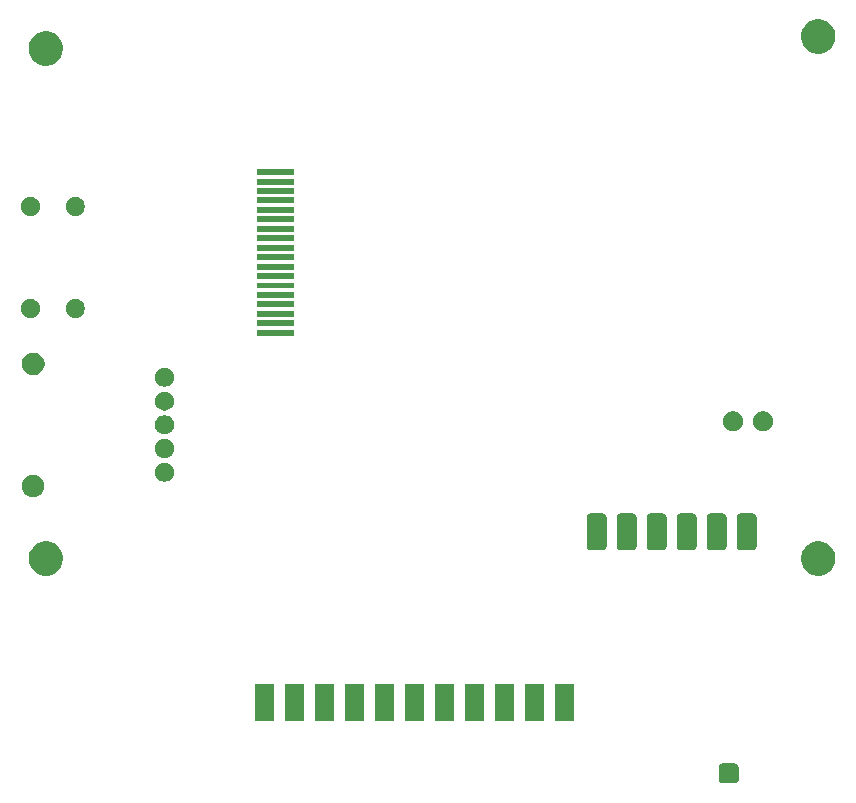
<source format=gbr>
G04 #@! TF.GenerationSoftware,KiCad,Pcbnew,5.0.2+dfsg1-1~bpo9+1*
G04 #@! TF.CreationDate,2020-11-02T20:14:28+00:00*
G04 #@! TF.ProjectId,gbc_outline_screen_new,6762635f-6f75-4746-9c69-6e655f736372,rev?*
G04 #@! TF.SameCoordinates,Original*
G04 #@! TF.FileFunction,Soldermask,Top*
G04 #@! TF.FilePolarity,Negative*
%FSLAX46Y46*%
G04 Gerber Fmt 4.6, Leading zero omitted, Abs format (unit mm)*
G04 Created by KiCad (PCBNEW 5.0.2+dfsg1-1~bpo9+1) date Mon 02 Nov 2020 20:14:28 GMT*
%MOMM*%
%LPD*%
G01*
G04 APERTURE LIST*
%ADD10C,0.100000*%
G04 APERTURE END LIST*
D10*
G36*
X174647758Y-123489568D02*
X174715744Y-123510191D01*
X174778397Y-123543680D01*
X174833312Y-123588748D01*
X174878380Y-123643663D01*
X174911869Y-123706316D01*
X174932492Y-123774302D01*
X174940060Y-123851140D01*
X174940060Y-124814860D01*
X174932492Y-124891698D01*
X174911869Y-124959684D01*
X174878380Y-125022337D01*
X174833312Y-125077252D01*
X174778397Y-125122320D01*
X174715744Y-125155809D01*
X174647758Y-125176432D01*
X174570920Y-125184000D01*
X173607200Y-125184000D01*
X173530362Y-125176432D01*
X173462376Y-125155809D01*
X173399723Y-125122320D01*
X173344808Y-125077252D01*
X173299740Y-125022337D01*
X173266251Y-124959684D01*
X173245628Y-124891698D01*
X173238060Y-124814860D01*
X173238060Y-123851140D01*
X173245628Y-123774302D01*
X173266251Y-123706316D01*
X173299740Y-123643663D01*
X173344808Y-123588748D01*
X173399723Y-123543680D01*
X173462376Y-123510191D01*
X173530362Y-123489568D01*
X173607200Y-123482000D01*
X174570920Y-123482000D01*
X174647758Y-123489568D01*
X174647758Y-123489568D01*
G37*
G36*
X143215560Y-119909920D02*
X141589560Y-119909920D01*
X141589560Y-116807920D01*
X143215560Y-116807920D01*
X143215560Y-119909920D01*
X143215560Y-119909920D01*
G37*
G36*
X140675560Y-119909920D02*
X139049560Y-119909920D01*
X139049560Y-116807920D01*
X140675560Y-116807920D01*
X140675560Y-119909920D01*
X140675560Y-119909920D01*
G37*
G36*
X135595560Y-119909920D02*
X133969560Y-119909920D01*
X133969560Y-116807920D01*
X135595560Y-116807920D01*
X135595560Y-119909920D01*
X135595560Y-119909920D01*
G37*
G36*
X160995560Y-119904840D02*
X159369560Y-119904840D01*
X159369560Y-116802840D01*
X160995560Y-116802840D01*
X160995560Y-119904840D01*
X160995560Y-119904840D01*
G37*
G36*
X145755560Y-119904840D02*
X144129560Y-119904840D01*
X144129560Y-116802840D01*
X145755560Y-116802840D01*
X145755560Y-119904840D01*
X145755560Y-119904840D01*
G37*
G36*
X148295560Y-119904840D02*
X146669560Y-119904840D01*
X146669560Y-116802840D01*
X148295560Y-116802840D01*
X148295560Y-119904840D01*
X148295560Y-119904840D01*
G37*
G36*
X150835560Y-119904840D02*
X149209560Y-119904840D01*
X149209560Y-116802840D01*
X150835560Y-116802840D01*
X150835560Y-119904840D01*
X150835560Y-119904840D01*
G37*
G36*
X155915560Y-119904840D02*
X154289560Y-119904840D01*
X154289560Y-116802840D01*
X155915560Y-116802840D01*
X155915560Y-119904840D01*
X155915560Y-119904840D01*
G37*
G36*
X158455560Y-119904840D02*
X156829560Y-119904840D01*
X156829560Y-116802840D01*
X158455560Y-116802840D01*
X158455560Y-119904840D01*
X158455560Y-119904840D01*
G37*
G36*
X153375560Y-119904840D02*
X151749560Y-119904840D01*
X151749560Y-116802840D01*
X153375560Y-116802840D01*
X153375560Y-119904840D01*
X153375560Y-119904840D01*
G37*
G36*
X138135560Y-119904840D02*
X136509560Y-119904840D01*
X136509560Y-116802840D01*
X138135560Y-116802840D01*
X138135560Y-119904840D01*
X138135560Y-119904840D01*
G37*
G36*
X116709518Y-104756440D02*
X116709520Y-104756441D01*
X116709521Y-104756441D01*
X116973586Y-104865820D01*
X116973587Y-104865821D01*
X117211242Y-105024617D01*
X117413343Y-105226718D01*
X117413345Y-105226721D01*
X117572140Y-105464374D01*
X117680467Y-105725899D01*
X117681520Y-105728442D01*
X117737280Y-106008768D01*
X117737280Y-106294592D01*
X117682025Y-106572381D01*
X117681519Y-106574921D01*
X117572140Y-106838986D01*
X117572139Y-106838987D01*
X117413343Y-107076642D01*
X117211242Y-107278743D01*
X117211239Y-107278745D01*
X116973586Y-107437540D01*
X116709521Y-107546919D01*
X116709520Y-107546919D01*
X116709518Y-107546920D01*
X116429192Y-107602680D01*
X116143368Y-107602680D01*
X115863042Y-107546920D01*
X115863040Y-107546919D01*
X115863039Y-107546919D01*
X115598974Y-107437540D01*
X115361321Y-107278745D01*
X115361318Y-107278743D01*
X115159217Y-107076642D01*
X115000421Y-106838987D01*
X115000420Y-106838986D01*
X114891041Y-106574921D01*
X114890536Y-106572381D01*
X114835280Y-106294592D01*
X114835280Y-106008768D01*
X114891040Y-105728442D01*
X114892093Y-105725899D01*
X115000420Y-105464374D01*
X115159215Y-105226721D01*
X115159217Y-105226718D01*
X115361318Y-105024617D01*
X115598973Y-104865821D01*
X115598974Y-104865820D01*
X115863039Y-104756441D01*
X115863040Y-104756441D01*
X115863042Y-104756440D01*
X116143368Y-104700680D01*
X116429192Y-104700680D01*
X116709518Y-104756440D01*
X116709518Y-104756440D01*
G37*
G36*
X182101818Y-104753900D02*
X182101820Y-104753901D01*
X182101821Y-104753901D01*
X182365886Y-104863280D01*
X182587712Y-105011500D01*
X182603542Y-105022077D01*
X182805643Y-105224178D01*
X182805645Y-105224181D01*
X182964440Y-105461834D01*
X182965492Y-105464374D01*
X183073820Y-105725902D01*
X183074325Y-105728442D01*
X183129580Y-106006229D01*
X183129580Y-106292051D01*
X183073819Y-106572381D01*
X182964440Y-106836446D01*
X182962742Y-106838987D01*
X182805643Y-107074102D01*
X182603542Y-107276203D01*
X182603539Y-107276205D01*
X182365886Y-107435000D01*
X182101821Y-107544379D01*
X182101820Y-107544379D01*
X182101818Y-107544380D01*
X181821492Y-107600140D01*
X181535668Y-107600140D01*
X181255342Y-107544380D01*
X181255340Y-107544379D01*
X181255339Y-107544379D01*
X180991274Y-107435000D01*
X180753621Y-107276205D01*
X180753618Y-107276203D01*
X180551517Y-107074102D01*
X180394418Y-106838987D01*
X180392720Y-106836446D01*
X180283341Y-106572381D01*
X180227580Y-106292051D01*
X180227580Y-106006229D01*
X180282835Y-105728442D01*
X180283340Y-105725902D01*
X180391668Y-105464374D01*
X180392720Y-105461834D01*
X180551515Y-105224181D01*
X180551517Y-105224178D01*
X180753618Y-105022077D01*
X180769448Y-105011500D01*
X180991274Y-104863280D01*
X181255339Y-104753901D01*
X181255340Y-104753901D01*
X181255342Y-104753900D01*
X181535668Y-104698140D01*
X181821492Y-104698140D01*
X182101818Y-104753900D01*
X182101818Y-104753900D01*
G37*
G36*
X166011758Y-102342568D02*
X166079744Y-102363191D01*
X166142397Y-102396680D01*
X166197312Y-102441748D01*
X166242380Y-102496663D01*
X166275869Y-102559316D01*
X166296492Y-102627302D01*
X166304060Y-102704140D01*
X166304060Y-105067860D01*
X166296492Y-105144698D01*
X166275869Y-105212684D01*
X166242380Y-105275337D01*
X166197312Y-105330252D01*
X166142397Y-105375320D01*
X166079744Y-105408809D01*
X166011758Y-105429432D01*
X165934920Y-105437000D01*
X164971200Y-105437000D01*
X164894362Y-105429432D01*
X164826376Y-105408809D01*
X164763723Y-105375320D01*
X164708808Y-105330252D01*
X164663740Y-105275337D01*
X164630251Y-105212684D01*
X164609628Y-105144698D01*
X164602060Y-105067860D01*
X164602060Y-102704140D01*
X164609628Y-102627302D01*
X164630251Y-102559316D01*
X164663740Y-102496663D01*
X164708808Y-102441748D01*
X164763723Y-102396680D01*
X164826376Y-102363191D01*
X164894362Y-102342568D01*
X164971200Y-102335000D01*
X165934920Y-102335000D01*
X166011758Y-102342568D01*
X166011758Y-102342568D01*
G37*
G36*
X176171758Y-102342568D02*
X176239744Y-102363191D01*
X176302397Y-102396680D01*
X176357312Y-102441748D01*
X176402380Y-102496663D01*
X176435869Y-102559316D01*
X176456492Y-102627302D01*
X176464060Y-102704140D01*
X176464060Y-105067860D01*
X176456492Y-105144698D01*
X176435869Y-105212684D01*
X176402380Y-105275337D01*
X176357312Y-105330252D01*
X176302397Y-105375320D01*
X176239744Y-105408809D01*
X176171758Y-105429432D01*
X176094920Y-105437000D01*
X175131200Y-105437000D01*
X175054362Y-105429432D01*
X174986376Y-105408809D01*
X174923723Y-105375320D01*
X174868808Y-105330252D01*
X174823740Y-105275337D01*
X174790251Y-105212684D01*
X174769628Y-105144698D01*
X174762060Y-105067860D01*
X174762060Y-102704140D01*
X174769628Y-102627302D01*
X174790251Y-102559316D01*
X174823740Y-102496663D01*
X174868808Y-102441748D01*
X174923723Y-102396680D01*
X174986376Y-102363191D01*
X175054362Y-102342568D01*
X175131200Y-102335000D01*
X176094920Y-102335000D01*
X176171758Y-102342568D01*
X176171758Y-102342568D01*
G37*
G36*
X173631758Y-102342568D02*
X173699744Y-102363191D01*
X173762397Y-102396680D01*
X173817312Y-102441748D01*
X173862380Y-102496663D01*
X173895869Y-102559316D01*
X173916492Y-102627302D01*
X173924060Y-102704140D01*
X173924060Y-105067860D01*
X173916492Y-105144698D01*
X173895869Y-105212684D01*
X173862380Y-105275337D01*
X173817312Y-105330252D01*
X173762397Y-105375320D01*
X173699744Y-105408809D01*
X173631758Y-105429432D01*
X173554920Y-105437000D01*
X172591200Y-105437000D01*
X172514362Y-105429432D01*
X172446376Y-105408809D01*
X172383723Y-105375320D01*
X172328808Y-105330252D01*
X172283740Y-105275337D01*
X172250251Y-105212684D01*
X172229628Y-105144698D01*
X172222060Y-105067860D01*
X172222060Y-102704140D01*
X172229628Y-102627302D01*
X172250251Y-102559316D01*
X172283740Y-102496663D01*
X172328808Y-102441748D01*
X172383723Y-102396680D01*
X172446376Y-102363191D01*
X172514362Y-102342568D01*
X172591200Y-102335000D01*
X173554920Y-102335000D01*
X173631758Y-102342568D01*
X173631758Y-102342568D01*
G37*
G36*
X171091758Y-102342568D02*
X171159744Y-102363191D01*
X171222397Y-102396680D01*
X171277312Y-102441748D01*
X171322380Y-102496663D01*
X171355869Y-102559316D01*
X171376492Y-102627302D01*
X171384060Y-102704140D01*
X171384060Y-105067860D01*
X171376492Y-105144698D01*
X171355869Y-105212684D01*
X171322380Y-105275337D01*
X171277312Y-105330252D01*
X171222397Y-105375320D01*
X171159744Y-105408809D01*
X171091758Y-105429432D01*
X171014920Y-105437000D01*
X170051200Y-105437000D01*
X169974362Y-105429432D01*
X169906376Y-105408809D01*
X169843723Y-105375320D01*
X169788808Y-105330252D01*
X169743740Y-105275337D01*
X169710251Y-105212684D01*
X169689628Y-105144698D01*
X169682060Y-105067860D01*
X169682060Y-102704140D01*
X169689628Y-102627302D01*
X169710251Y-102559316D01*
X169743740Y-102496663D01*
X169788808Y-102441748D01*
X169843723Y-102396680D01*
X169906376Y-102363191D01*
X169974362Y-102342568D01*
X170051200Y-102335000D01*
X171014920Y-102335000D01*
X171091758Y-102342568D01*
X171091758Y-102342568D01*
G37*
G36*
X168551758Y-102342568D02*
X168619744Y-102363191D01*
X168682397Y-102396680D01*
X168737312Y-102441748D01*
X168782380Y-102496663D01*
X168815869Y-102559316D01*
X168836492Y-102627302D01*
X168844060Y-102704140D01*
X168844060Y-105067860D01*
X168836492Y-105144698D01*
X168815869Y-105212684D01*
X168782380Y-105275337D01*
X168737312Y-105330252D01*
X168682397Y-105375320D01*
X168619744Y-105408809D01*
X168551758Y-105429432D01*
X168474920Y-105437000D01*
X167511200Y-105437000D01*
X167434362Y-105429432D01*
X167366376Y-105408809D01*
X167303723Y-105375320D01*
X167248808Y-105330252D01*
X167203740Y-105275337D01*
X167170251Y-105212684D01*
X167149628Y-105144698D01*
X167142060Y-105067860D01*
X167142060Y-102704140D01*
X167149628Y-102627302D01*
X167170251Y-102559316D01*
X167203740Y-102496663D01*
X167248808Y-102441748D01*
X167303723Y-102396680D01*
X167366376Y-102363191D01*
X167434362Y-102342568D01*
X167511200Y-102335000D01*
X168474920Y-102335000D01*
X168551758Y-102342568D01*
X168551758Y-102342568D01*
G37*
G36*
X163471758Y-102342568D02*
X163539744Y-102363191D01*
X163602397Y-102396680D01*
X163657312Y-102441748D01*
X163702380Y-102496663D01*
X163735869Y-102559316D01*
X163756492Y-102627302D01*
X163764060Y-102704140D01*
X163764060Y-105067860D01*
X163756492Y-105144698D01*
X163735869Y-105212684D01*
X163702380Y-105275337D01*
X163657312Y-105330252D01*
X163602397Y-105375320D01*
X163539744Y-105408809D01*
X163471758Y-105429432D01*
X163394920Y-105437000D01*
X162431200Y-105437000D01*
X162354362Y-105429432D01*
X162286376Y-105408809D01*
X162223723Y-105375320D01*
X162168808Y-105330252D01*
X162123740Y-105275337D01*
X162090251Y-105212684D01*
X162069628Y-105144698D01*
X162062060Y-105067860D01*
X162062060Y-102704140D01*
X162069628Y-102627302D01*
X162090251Y-102559316D01*
X162123740Y-102496663D01*
X162168808Y-102441748D01*
X162223723Y-102396680D01*
X162286376Y-102363191D01*
X162354362Y-102342568D01*
X162431200Y-102335000D01*
X163394920Y-102335000D01*
X163471758Y-102342568D01*
X163471758Y-102342568D01*
G37*
G36*
X115481636Y-99087886D02*
X115654706Y-99159574D01*
X115810470Y-99263652D01*
X115942928Y-99396110D01*
X116047006Y-99551874D01*
X116118694Y-99724944D01*
X116155240Y-99908673D01*
X116155240Y-100096007D01*
X116118694Y-100279736D01*
X116047006Y-100452806D01*
X115942928Y-100608570D01*
X115810470Y-100741028D01*
X115654706Y-100845106D01*
X115481636Y-100916794D01*
X115297907Y-100953340D01*
X115110573Y-100953340D01*
X114926844Y-100916794D01*
X114753774Y-100845106D01*
X114598010Y-100741028D01*
X114465552Y-100608570D01*
X114361474Y-100452806D01*
X114289786Y-100279736D01*
X114253240Y-100096007D01*
X114253240Y-99908673D01*
X114289786Y-99724944D01*
X114361474Y-99551874D01*
X114465552Y-99396110D01*
X114598010Y-99263652D01*
X114753774Y-99159574D01*
X114926844Y-99087886D01*
X115110573Y-99051340D01*
X115297907Y-99051340D01*
X115481636Y-99087886D01*
X115481636Y-99087886D01*
G37*
G36*
X126563083Y-98076421D02*
X126708855Y-98136802D01*
X126840051Y-98224464D01*
X126951616Y-98336029D01*
X127039278Y-98467225D01*
X127099659Y-98612997D01*
X127130440Y-98767747D01*
X127130440Y-98925533D01*
X127099659Y-99080283D01*
X127039278Y-99226055D01*
X126951616Y-99357251D01*
X126840051Y-99468816D01*
X126708855Y-99556478D01*
X126563083Y-99616859D01*
X126408333Y-99647640D01*
X126250547Y-99647640D01*
X126095797Y-99616859D01*
X125950025Y-99556478D01*
X125818829Y-99468816D01*
X125707264Y-99357251D01*
X125619602Y-99226055D01*
X125559221Y-99080283D01*
X125528440Y-98925533D01*
X125528440Y-98767747D01*
X125559221Y-98612997D01*
X125619602Y-98467225D01*
X125707264Y-98336029D01*
X125818829Y-98224464D01*
X125950025Y-98136802D01*
X126095797Y-98076421D01*
X126250547Y-98045640D01*
X126408333Y-98045640D01*
X126563083Y-98076421D01*
X126563083Y-98076421D01*
G37*
G36*
X126563083Y-96069821D02*
X126708855Y-96130202D01*
X126840051Y-96217864D01*
X126951616Y-96329429D01*
X127039278Y-96460625D01*
X127099659Y-96606397D01*
X127130440Y-96761147D01*
X127130440Y-96918933D01*
X127099659Y-97073683D01*
X127039278Y-97219455D01*
X126951616Y-97350651D01*
X126840051Y-97462216D01*
X126708855Y-97549878D01*
X126563083Y-97610259D01*
X126408333Y-97641040D01*
X126250547Y-97641040D01*
X126095797Y-97610259D01*
X125950025Y-97549878D01*
X125818829Y-97462216D01*
X125707264Y-97350651D01*
X125619602Y-97219455D01*
X125559221Y-97073683D01*
X125528440Y-96918933D01*
X125528440Y-96761147D01*
X125559221Y-96606397D01*
X125619602Y-96460625D01*
X125707264Y-96329429D01*
X125818829Y-96217864D01*
X125950025Y-96130202D01*
X126095797Y-96069821D01*
X126250547Y-96039040D01*
X126408333Y-96039040D01*
X126563083Y-96069821D01*
X126563083Y-96069821D01*
G37*
G36*
X126563083Y-94063221D02*
X126708855Y-94123602D01*
X126840051Y-94211264D01*
X126951616Y-94322829D01*
X127039278Y-94454025D01*
X127099659Y-94599797D01*
X127130440Y-94754547D01*
X127130440Y-94912333D01*
X127099659Y-95067083D01*
X127039278Y-95212855D01*
X126951616Y-95344051D01*
X126840051Y-95455616D01*
X126708855Y-95543278D01*
X126563083Y-95603659D01*
X126408333Y-95634440D01*
X126250547Y-95634440D01*
X126095797Y-95603659D01*
X125950025Y-95543278D01*
X125818829Y-95455616D01*
X125707264Y-95344051D01*
X125619602Y-95212855D01*
X125559221Y-95067083D01*
X125528440Y-94912333D01*
X125528440Y-94754547D01*
X125559221Y-94599797D01*
X125619602Y-94454025D01*
X125707264Y-94322829D01*
X125818829Y-94211264D01*
X125950025Y-94123602D01*
X126095797Y-94063221D01*
X126250547Y-94032440D01*
X126408333Y-94032440D01*
X126563083Y-94063221D01*
X126563083Y-94063221D01*
G37*
G36*
X177245588Y-93720503D02*
X177400460Y-93784653D01*
X177539841Y-93877785D01*
X177658375Y-93996319D01*
X177751507Y-94135700D01*
X177815657Y-94290572D01*
X177848360Y-94454984D01*
X177848360Y-94622616D01*
X177815657Y-94787028D01*
X177751507Y-94941900D01*
X177658375Y-95081281D01*
X177539841Y-95199815D01*
X177400460Y-95292947D01*
X177245588Y-95357097D01*
X177081176Y-95389800D01*
X176913544Y-95389800D01*
X176749132Y-95357097D01*
X176594260Y-95292947D01*
X176454879Y-95199815D01*
X176336345Y-95081281D01*
X176243213Y-94941900D01*
X176179063Y-94787028D01*
X176146360Y-94622616D01*
X176146360Y-94454984D01*
X176179063Y-94290572D01*
X176243213Y-94135700D01*
X176336345Y-93996319D01*
X176454879Y-93877785D01*
X176594260Y-93784653D01*
X176749132Y-93720503D01*
X176913544Y-93687800D01*
X177081176Y-93687800D01*
X177245588Y-93720503D01*
X177245588Y-93720503D01*
G37*
G36*
X174705588Y-93720503D02*
X174860460Y-93784653D01*
X174999841Y-93877785D01*
X175118375Y-93996319D01*
X175211507Y-94135700D01*
X175275657Y-94290572D01*
X175308360Y-94454984D01*
X175308360Y-94622616D01*
X175275657Y-94787028D01*
X175211507Y-94941900D01*
X175118375Y-95081281D01*
X174999841Y-95199815D01*
X174860460Y-95292947D01*
X174705588Y-95357097D01*
X174541176Y-95389800D01*
X174373544Y-95389800D01*
X174209132Y-95357097D01*
X174054260Y-95292947D01*
X173914879Y-95199815D01*
X173796345Y-95081281D01*
X173703213Y-94941900D01*
X173639063Y-94787028D01*
X173606360Y-94622616D01*
X173606360Y-94454984D01*
X173639063Y-94290572D01*
X173703213Y-94135700D01*
X173796345Y-93996319D01*
X173914879Y-93877785D01*
X174054260Y-93784653D01*
X174209132Y-93720503D01*
X174373544Y-93687800D01*
X174541176Y-93687800D01*
X174705588Y-93720503D01*
X174705588Y-93720503D01*
G37*
G36*
X126563083Y-92056621D02*
X126708855Y-92117002D01*
X126840051Y-92204664D01*
X126951616Y-92316229D01*
X127039278Y-92447425D01*
X127099659Y-92593197D01*
X127130440Y-92747947D01*
X127130440Y-92905733D01*
X127099659Y-93060483D01*
X127039278Y-93206255D01*
X126951616Y-93337451D01*
X126840051Y-93449016D01*
X126708855Y-93536678D01*
X126563083Y-93597059D01*
X126408333Y-93627840D01*
X126250547Y-93627840D01*
X126095797Y-93597059D01*
X125950025Y-93536678D01*
X125818829Y-93449016D01*
X125707264Y-93337451D01*
X125619602Y-93206255D01*
X125559221Y-93060483D01*
X125528440Y-92905733D01*
X125528440Y-92747947D01*
X125559221Y-92593197D01*
X125619602Y-92447425D01*
X125707264Y-92316229D01*
X125818829Y-92204664D01*
X125950025Y-92117002D01*
X126095797Y-92056621D01*
X126250547Y-92025840D01*
X126408333Y-92025840D01*
X126563083Y-92056621D01*
X126563083Y-92056621D01*
G37*
G36*
X126563083Y-90050021D02*
X126708855Y-90110402D01*
X126840051Y-90198064D01*
X126951616Y-90309629D01*
X127039278Y-90440825D01*
X127099659Y-90586597D01*
X127130440Y-90741347D01*
X127130440Y-90899133D01*
X127099659Y-91053883D01*
X127039278Y-91199655D01*
X126951616Y-91330851D01*
X126840051Y-91442416D01*
X126708855Y-91530078D01*
X126563083Y-91590459D01*
X126408333Y-91621240D01*
X126250547Y-91621240D01*
X126095797Y-91590459D01*
X125950025Y-91530078D01*
X125818829Y-91442416D01*
X125707264Y-91330851D01*
X125619602Y-91199655D01*
X125559221Y-91053883D01*
X125528440Y-90899133D01*
X125528440Y-90741347D01*
X125559221Y-90586597D01*
X125619602Y-90440825D01*
X125707264Y-90309629D01*
X125818829Y-90198064D01*
X125950025Y-90110402D01*
X126095797Y-90050021D01*
X126250547Y-90019240D01*
X126408333Y-90019240D01*
X126563083Y-90050021D01*
X126563083Y-90050021D01*
G37*
G36*
X115494336Y-88750086D02*
X115667406Y-88821774D01*
X115823170Y-88925852D01*
X115955628Y-89058310D01*
X116059706Y-89214074D01*
X116131394Y-89387144D01*
X116167940Y-89570873D01*
X116167940Y-89758207D01*
X116131394Y-89941936D01*
X116059706Y-90115006D01*
X115955628Y-90270770D01*
X115823170Y-90403228D01*
X115667406Y-90507306D01*
X115494336Y-90578994D01*
X115310607Y-90615540D01*
X115123273Y-90615540D01*
X114939544Y-90578994D01*
X114766474Y-90507306D01*
X114610710Y-90403228D01*
X114478252Y-90270770D01*
X114374174Y-90115006D01*
X114302486Y-89941936D01*
X114265940Y-89758207D01*
X114265940Y-89570873D01*
X114302486Y-89387144D01*
X114374174Y-89214074D01*
X114478252Y-89058310D01*
X114610710Y-88925852D01*
X114766474Y-88821774D01*
X114939544Y-88750086D01*
X115123273Y-88713540D01*
X115310607Y-88713540D01*
X115494336Y-88750086D01*
X115494336Y-88750086D01*
G37*
G36*
X137288600Y-87291720D02*
X134186600Y-87291720D01*
X134186600Y-86789720D01*
X137288600Y-86789720D01*
X137288600Y-87291720D01*
X137288600Y-87291720D01*
G37*
G36*
X137288600Y-86491620D02*
X134186600Y-86491620D01*
X134186600Y-85989620D01*
X137288600Y-85989620D01*
X137288600Y-86491620D01*
X137288600Y-86491620D01*
G37*
G36*
X119009123Y-84210561D02*
X119154895Y-84270942D01*
X119286091Y-84358604D01*
X119397656Y-84470169D01*
X119485318Y-84601365D01*
X119545699Y-84747137D01*
X119576480Y-84901887D01*
X119576480Y-85059673D01*
X119545699Y-85214423D01*
X119485318Y-85360195D01*
X119397656Y-85491391D01*
X119286091Y-85602956D01*
X119154895Y-85690618D01*
X119009123Y-85750999D01*
X118854373Y-85781780D01*
X118696587Y-85781780D01*
X118541837Y-85750999D01*
X118396065Y-85690618D01*
X118264869Y-85602956D01*
X118153304Y-85491391D01*
X118065642Y-85360195D01*
X118005261Y-85214423D01*
X117974480Y-85059673D01*
X117974480Y-84901887D01*
X118005261Y-84747137D01*
X118065642Y-84601365D01*
X118153304Y-84470169D01*
X118264869Y-84358604D01*
X118396065Y-84270942D01*
X118541837Y-84210561D01*
X118696587Y-84179780D01*
X118854373Y-84179780D01*
X119009123Y-84210561D01*
X119009123Y-84210561D01*
G37*
G36*
X115211823Y-84210561D02*
X115357595Y-84270942D01*
X115488791Y-84358604D01*
X115600356Y-84470169D01*
X115688018Y-84601365D01*
X115748399Y-84747137D01*
X115779180Y-84901887D01*
X115779180Y-85059673D01*
X115748399Y-85214423D01*
X115688018Y-85360195D01*
X115600356Y-85491391D01*
X115488791Y-85602956D01*
X115357595Y-85690618D01*
X115211823Y-85750999D01*
X115057073Y-85781780D01*
X114899287Y-85781780D01*
X114744537Y-85750999D01*
X114598765Y-85690618D01*
X114467569Y-85602956D01*
X114356004Y-85491391D01*
X114268342Y-85360195D01*
X114207961Y-85214423D01*
X114177180Y-85059673D01*
X114177180Y-84901887D01*
X114207961Y-84747137D01*
X114268342Y-84601365D01*
X114356004Y-84470169D01*
X114467569Y-84358604D01*
X114598765Y-84270942D01*
X114744537Y-84210561D01*
X114899287Y-84179780D01*
X115057073Y-84179780D01*
X115211823Y-84210561D01*
X115211823Y-84210561D01*
G37*
G36*
X137288600Y-85691520D02*
X134186600Y-85691520D01*
X134186600Y-85189520D01*
X137288600Y-85189520D01*
X137288600Y-85691520D01*
X137288600Y-85691520D01*
G37*
G36*
X137288600Y-84891420D02*
X134186600Y-84891420D01*
X134186600Y-84389420D01*
X137288600Y-84389420D01*
X137288600Y-84891420D01*
X137288600Y-84891420D01*
G37*
G36*
X137288600Y-84091320D02*
X134186600Y-84091320D01*
X134186600Y-83589320D01*
X137288600Y-83589320D01*
X137288600Y-84091320D01*
X137288600Y-84091320D01*
G37*
G36*
X137288600Y-83291220D02*
X134186600Y-83291220D01*
X134186600Y-82789220D01*
X137288600Y-82789220D01*
X137288600Y-83291220D01*
X137288600Y-83291220D01*
G37*
G36*
X137288600Y-82491120D02*
X134186600Y-82491120D01*
X134186600Y-81989120D01*
X137288600Y-81989120D01*
X137288600Y-82491120D01*
X137288600Y-82491120D01*
G37*
G36*
X137288600Y-81691020D02*
X134186600Y-81691020D01*
X134186600Y-81189020D01*
X137288600Y-81189020D01*
X137288600Y-81691020D01*
X137288600Y-81691020D01*
G37*
G36*
X137288600Y-80890920D02*
X134186600Y-80890920D01*
X134186600Y-80388920D01*
X137288600Y-80388920D01*
X137288600Y-80890920D01*
X137288600Y-80890920D01*
G37*
G36*
X137288600Y-80090820D02*
X134186600Y-80090820D01*
X134186600Y-79588820D01*
X137288600Y-79588820D01*
X137288600Y-80090820D01*
X137288600Y-80090820D01*
G37*
G36*
X137288600Y-79290720D02*
X134186600Y-79290720D01*
X134186600Y-78788720D01*
X137288600Y-78788720D01*
X137288600Y-79290720D01*
X137288600Y-79290720D01*
G37*
G36*
X137288600Y-78490620D02*
X134186600Y-78490620D01*
X134186600Y-77988620D01*
X137288600Y-77988620D01*
X137288600Y-78490620D01*
X137288600Y-78490620D01*
G37*
G36*
X137288600Y-77690520D02*
X134186600Y-77690520D01*
X134186600Y-77188520D01*
X137288600Y-77188520D01*
X137288600Y-77690520D01*
X137288600Y-77690520D01*
G37*
G36*
X119009123Y-75574561D02*
X119154895Y-75634942D01*
X119286091Y-75722604D01*
X119397656Y-75834169D01*
X119485318Y-75965365D01*
X119545699Y-76111137D01*
X119576480Y-76265887D01*
X119576480Y-76423673D01*
X119545699Y-76578423D01*
X119485318Y-76724195D01*
X119397656Y-76855391D01*
X119286091Y-76966956D01*
X119154895Y-77054618D01*
X119009123Y-77114999D01*
X118854373Y-77145780D01*
X118696587Y-77145780D01*
X118541837Y-77114999D01*
X118396065Y-77054618D01*
X118264869Y-76966956D01*
X118153304Y-76855391D01*
X118065642Y-76724195D01*
X118005261Y-76578423D01*
X117974480Y-76423673D01*
X117974480Y-76265887D01*
X118005261Y-76111137D01*
X118065642Y-75965365D01*
X118153304Y-75834169D01*
X118264869Y-75722604D01*
X118396065Y-75634942D01*
X118541837Y-75574561D01*
X118696587Y-75543780D01*
X118854373Y-75543780D01*
X119009123Y-75574561D01*
X119009123Y-75574561D01*
G37*
G36*
X115211823Y-75574561D02*
X115357595Y-75634942D01*
X115488791Y-75722604D01*
X115600356Y-75834169D01*
X115688018Y-75965365D01*
X115748399Y-76111137D01*
X115779180Y-76265887D01*
X115779180Y-76423673D01*
X115748399Y-76578423D01*
X115688018Y-76724195D01*
X115600356Y-76855391D01*
X115488791Y-76966956D01*
X115357595Y-77054618D01*
X115211823Y-77114999D01*
X115057073Y-77145780D01*
X114899287Y-77145780D01*
X114744537Y-77114999D01*
X114598765Y-77054618D01*
X114467569Y-76966956D01*
X114356004Y-76855391D01*
X114268342Y-76724195D01*
X114207961Y-76578423D01*
X114177180Y-76423673D01*
X114177180Y-76265887D01*
X114207961Y-76111137D01*
X114268342Y-75965365D01*
X114356004Y-75834169D01*
X114467569Y-75722604D01*
X114598765Y-75634942D01*
X114744537Y-75574561D01*
X114899287Y-75543780D01*
X115057073Y-75543780D01*
X115211823Y-75574561D01*
X115211823Y-75574561D01*
G37*
G36*
X137288600Y-76890420D02*
X134186600Y-76890420D01*
X134186600Y-76388420D01*
X137288600Y-76388420D01*
X137288600Y-76890420D01*
X137288600Y-76890420D01*
G37*
G36*
X137288600Y-76090320D02*
X134186600Y-76090320D01*
X134186600Y-75588320D01*
X137288600Y-75588320D01*
X137288600Y-76090320D01*
X137288600Y-76090320D01*
G37*
G36*
X137288600Y-75290220D02*
X134186600Y-75290220D01*
X134186600Y-74788220D01*
X137288600Y-74788220D01*
X137288600Y-75290220D01*
X137288600Y-75290220D01*
G37*
G36*
X137288600Y-74490120D02*
X134186600Y-74490120D01*
X134186600Y-73988120D01*
X137288600Y-73988120D01*
X137288600Y-74490120D01*
X137288600Y-74490120D01*
G37*
G36*
X137288600Y-73690020D02*
X134186600Y-73690020D01*
X134186600Y-73188020D01*
X137288600Y-73188020D01*
X137288600Y-73690020D01*
X137288600Y-73690020D01*
G37*
G36*
X116696818Y-61573900D02*
X116696820Y-61573901D01*
X116696821Y-61573901D01*
X116960886Y-61683280D01*
X116960887Y-61683281D01*
X117198542Y-61842077D01*
X117400643Y-62044178D01*
X117400645Y-62044181D01*
X117559440Y-62281834D01*
X117668819Y-62545899D01*
X117668820Y-62545902D01*
X117724580Y-62826228D01*
X117724580Y-63112052D01*
X117677572Y-63348380D01*
X117668819Y-63392381D01*
X117559440Y-63656446D01*
X117559439Y-63656447D01*
X117400643Y-63894102D01*
X117198542Y-64096203D01*
X117198539Y-64096205D01*
X116960886Y-64255000D01*
X116696821Y-64364379D01*
X116696820Y-64364379D01*
X116696818Y-64364380D01*
X116416492Y-64420140D01*
X116130668Y-64420140D01*
X115850342Y-64364380D01*
X115850340Y-64364379D01*
X115850339Y-64364379D01*
X115586274Y-64255000D01*
X115348621Y-64096205D01*
X115348618Y-64096203D01*
X115146517Y-63894102D01*
X114987721Y-63656447D01*
X114987720Y-63656446D01*
X114878341Y-63392381D01*
X114869589Y-63348380D01*
X114822580Y-63112052D01*
X114822580Y-62826228D01*
X114878340Y-62545902D01*
X114878341Y-62545899D01*
X114987720Y-62281834D01*
X115146515Y-62044181D01*
X115146517Y-62044178D01*
X115348618Y-61842077D01*
X115586273Y-61683281D01*
X115586274Y-61683280D01*
X115850339Y-61573901D01*
X115850340Y-61573901D01*
X115850342Y-61573900D01*
X116130668Y-61518140D01*
X116416492Y-61518140D01*
X116696818Y-61573900D01*
X116696818Y-61573900D01*
G37*
G36*
X182101818Y-60557900D02*
X182101820Y-60557901D01*
X182101821Y-60557901D01*
X182365886Y-60667280D01*
X182365887Y-60667281D01*
X182603542Y-60826077D01*
X182805643Y-61028178D01*
X182805645Y-61028181D01*
X182964440Y-61265834D01*
X183068948Y-61518140D01*
X183073820Y-61529902D01*
X183104329Y-61683281D01*
X183129580Y-61810229D01*
X183129580Y-62096051D01*
X183073819Y-62376381D01*
X182964440Y-62640446D01*
X182807786Y-62874894D01*
X182805643Y-62878102D01*
X182603542Y-63080203D01*
X182603539Y-63080205D01*
X182365886Y-63239000D01*
X182101821Y-63348379D01*
X182101820Y-63348379D01*
X182101818Y-63348380D01*
X181821492Y-63404140D01*
X181535668Y-63404140D01*
X181255342Y-63348380D01*
X181255340Y-63348379D01*
X181255339Y-63348379D01*
X180991274Y-63239000D01*
X180753621Y-63080205D01*
X180753618Y-63080203D01*
X180551517Y-62878102D01*
X180549374Y-62874894D01*
X180392720Y-62640446D01*
X180283341Y-62376381D01*
X180227580Y-62096051D01*
X180227580Y-61810229D01*
X180252831Y-61683281D01*
X180283340Y-61529902D01*
X180288212Y-61518140D01*
X180392720Y-61265834D01*
X180551515Y-61028181D01*
X180551517Y-61028178D01*
X180753618Y-60826077D01*
X180991273Y-60667281D01*
X180991274Y-60667280D01*
X181255339Y-60557901D01*
X181255340Y-60557901D01*
X181255342Y-60557900D01*
X181535668Y-60502140D01*
X181821492Y-60502140D01*
X182101818Y-60557900D01*
X182101818Y-60557900D01*
G37*
M02*

</source>
